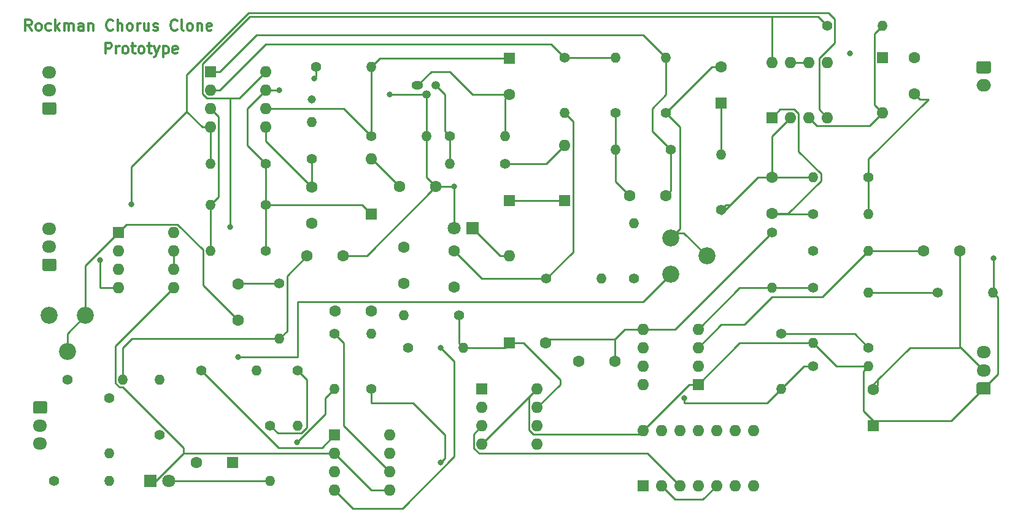
<source format=gbr>
G04 #@! TF.GenerationSoftware,KiCad,Pcbnew,(5.1.8-0-10_14)*
G04 #@! TF.CreationDate,2020-12-01T12:54:20-05:00*
G04 #@! TF.ProjectId,Rockman Chorus ver 2.0,526f636b-6d61-46e2-9043-686f72757320,rev?*
G04 #@! TF.SameCoordinates,Original*
G04 #@! TF.FileFunction,Copper,L1,Top*
G04 #@! TF.FilePolarity,Positive*
%FSLAX46Y46*%
G04 Gerber Fmt 4.6, Leading zero omitted, Abs format (unit mm)*
G04 Created by KiCad (PCBNEW (5.1.8-0-10_14)) date 2020-12-01 12:54:20*
%MOMM*%
%LPD*%
G01*
G04 APERTURE LIST*
G04 #@! TA.AperFunction,NonConductor*
%ADD10C,0.300000*%
G04 #@! TD*
G04 #@! TA.AperFunction,ComponentPad*
%ADD11C,1.800000*%
G04 #@! TD*
G04 #@! TA.AperFunction,ComponentPad*
%ADD12R,1.800000X1.800000*%
G04 #@! TD*
G04 #@! TA.AperFunction,ComponentPad*
%ADD13O,1.400000X1.400000*%
G04 #@! TD*
G04 #@! TA.AperFunction,ComponentPad*
%ADD14C,1.400000*%
G04 #@! TD*
G04 #@! TA.AperFunction,ComponentPad*
%ADD15C,2.340000*%
G04 #@! TD*
G04 #@! TA.AperFunction,ComponentPad*
%ADD16C,1.600000*%
G04 #@! TD*
G04 #@! TA.AperFunction,ComponentPad*
%ADD17R,1.600000X1.600000*%
G04 #@! TD*
G04 #@! TA.AperFunction,ComponentPad*
%ADD18O,1.950000X1.700000*%
G04 #@! TD*
G04 #@! TA.AperFunction,ComponentPad*
%ADD19O,1.600000X1.600000*%
G04 #@! TD*
G04 #@! TA.AperFunction,ComponentPad*
%ADD20O,1.200000X1.200000*%
G04 #@! TD*
G04 #@! TA.AperFunction,ComponentPad*
%ADD21O,1.600000X1.200000*%
G04 #@! TD*
G04 #@! TA.AperFunction,ComponentPad*
%ADD22O,2.000000X1.700000*%
G04 #@! TD*
G04 #@! TA.AperFunction,ViaPad*
%ADD23C,0.800000*%
G04 #@! TD*
G04 #@! TA.AperFunction,ViaPad*
%ADD24C,1.143000*%
G04 #@! TD*
G04 #@! TA.AperFunction,Conductor*
%ADD25C,0.250000*%
G04 #@! TD*
G04 APERTURE END LIST*
D10*
X29325714Y-22268571D02*
X29325714Y-20768571D01*
X29897142Y-20768571D01*
X30040000Y-20840000D01*
X30111428Y-20911428D01*
X30182857Y-21054285D01*
X30182857Y-21268571D01*
X30111428Y-21411428D01*
X30040000Y-21482857D01*
X29897142Y-21554285D01*
X29325714Y-21554285D01*
X30825714Y-22268571D02*
X30825714Y-21268571D01*
X30825714Y-21554285D02*
X30897142Y-21411428D01*
X30968571Y-21340000D01*
X31111428Y-21268571D01*
X31254285Y-21268571D01*
X31968571Y-22268571D02*
X31825714Y-22197142D01*
X31754285Y-22125714D01*
X31682857Y-21982857D01*
X31682857Y-21554285D01*
X31754285Y-21411428D01*
X31825714Y-21340000D01*
X31968571Y-21268571D01*
X32182857Y-21268571D01*
X32325714Y-21340000D01*
X32397142Y-21411428D01*
X32468571Y-21554285D01*
X32468571Y-21982857D01*
X32397142Y-22125714D01*
X32325714Y-22197142D01*
X32182857Y-22268571D01*
X31968571Y-22268571D01*
X32897142Y-21268571D02*
X33468571Y-21268571D01*
X33111428Y-20768571D02*
X33111428Y-22054285D01*
X33182857Y-22197142D01*
X33325714Y-22268571D01*
X33468571Y-22268571D01*
X34182857Y-22268571D02*
X34040000Y-22197142D01*
X33968571Y-22125714D01*
X33897142Y-21982857D01*
X33897142Y-21554285D01*
X33968571Y-21411428D01*
X34040000Y-21340000D01*
X34182857Y-21268571D01*
X34397142Y-21268571D01*
X34540000Y-21340000D01*
X34611428Y-21411428D01*
X34682857Y-21554285D01*
X34682857Y-21982857D01*
X34611428Y-22125714D01*
X34540000Y-22197142D01*
X34397142Y-22268571D01*
X34182857Y-22268571D01*
X35111428Y-21268571D02*
X35682857Y-21268571D01*
X35325714Y-20768571D02*
X35325714Y-22054285D01*
X35397142Y-22197142D01*
X35540000Y-22268571D01*
X35682857Y-22268571D01*
X36040000Y-21268571D02*
X36397142Y-22268571D01*
X36754285Y-21268571D02*
X36397142Y-22268571D01*
X36254285Y-22625714D01*
X36182857Y-22697142D01*
X36040000Y-22768571D01*
X37325714Y-21268571D02*
X37325714Y-22768571D01*
X37325714Y-21340000D02*
X37468571Y-21268571D01*
X37754285Y-21268571D01*
X37897142Y-21340000D01*
X37968571Y-21411428D01*
X38040000Y-21554285D01*
X38040000Y-21982857D01*
X37968571Y-22125714D01*
X37897142Y-22197142D01*
X37754285Y-22268571D01*
X37468571Y-22268571D01*
X37325714Y-22197142D01*
X39254285Y-22197142D02*
X39111428Y-22268571D01*
X38825714Y-22268571D01*
X38682857Y-22197142D01*
X38611428Y-22054285D01*
X38611428Y-21482857D01*
X38682857Y-21340000D01*
X38825714Y-21268571D01*
X39111428Y-21268571D01*
X39254285Y-21340000D01*
X39325714Y-21482857D01*
X39325714Y-21625714D01*
X38611428Y-21768571D01*
X19150714Y-19093571D02*
X18650714Y-18379285D01*
X18293571Y-19093571D02*
X18293571Y-17593571D01*
X18865000Y-17593571D01*
X19007857Y-17665000D01*
X19079285Y-17736428D01*
X19150714Y-17879285D01*
X19150714Y-18093571D01*
X19079285Y-18236428D01*
X19007857Y-18307857D01*
X18865000Y-18379285D01*
X18293571Y-18379285D01*
X20007857Y-19093571D02*
X19865000Y-19022142D01*
X19793571Y-18950714D01*
X19722142Y-18807857D01*
X19722142Y-18379285D01*
X19793571Y-18236428D01*
X19865000Y-18165000D01*
X20007857Y-18093571D01*
X20222142Y-18093571D01*
X20365000Y-18165000D01*
X20436428Y-18236428D01*
X20507857Y-18379285D01*
X20507857Y-18807857D01*
X20436428Y-18950714D01*
X20365000Y-19022142D01*
X20222142Y-19093571D01*
X20007857Y-19093571D01*
X21793571Y-19022142D02*
X21650714Y-19093571D01*
X21365000Y-19093571D01*
X21222142Y-19022142D01*
X21150714Y-18950714D01*
X21079285Y-18807857D01*
X21079285Y-18379285D01*
X21150714Y-18236428D01*
X21222142Y-18165000D01*
X21365000Y-18093571D01*
X21650714Y-18093571D01*
X21793571Y-18165000D01*
X22436428Y-19093571D02*
X22436428Y-17593571D01*
X22579285Y-18522142D02*
X23007857Y-19093571D01*
X23007857Y-18093571D02*
X22436428Y-18665000D01*
X23650714Y-19093571D02*
X23650714Y-18093571D01*
X23650714Y-18236428D02*
X23722142Y-18165000D01*
X23865000Y-18093571D01*
X24079285Y-18093571D01*
X24222142Y-18165000D01*
X24293571Y-18307857D01*
X24293571Y-19093571D01*
X24293571Y-18307857D02*
X24365000Y-18165000D01*
X24507857Y-18093571D01*
X24722142Y-18093571D01*
X24865000Y-18165000D01*
X24936428Y-18307857D01*
X24936428Y-19093571D01*
X26293571Y-19093571D02*
X26293571Y-18307857D01*
X26222142Y-18165000D01*
X26079285Y-18093571D01*
X25793571Y-18093571D01*
X25650714Y-18165000D01*
X26293571Y-19022142D02*
X26150714Y-19093571D01*
X25793571Y-19093571D01*
X25650714Y-19022142D01*
X25579285Y-18879285D01*
X25579285Y-18736428D01*
X25650714Y-18593571D01*
X25793571Y-18522142D01*
X26150714Y-18522142D01*
X26293571Y-18450714D01*
X27007857Y-18093571D02*
X27007857Y-19093571D01*
X27007857Y-18236428D02*
X27079285Y-18165000D01*
X27222142Y-18093571D01*
X27436428Y-18093571D01*
X27579285Y-18165000D01*
X27650714Y-18307857D01*
X27650714Y-19093571D01*
X30365000Y-18950714D02*
X30293571Y-19022142D01*
X30079285Y-19093571D01*
X29936428Y-19093571D01*
X29722142Y-19022142D01*
X29579285Y-18879285D01*
X29507857Y-18736428D01*
X29436428Y-18450714D01*
X29436428Y-18236428D01*
X29507857Y-17950714D01*
X29579285Y-17807857D01*
X29722142Y-17665000D01*
X29936428Y-17593571D01*
X30079285Y-17593571D01*
X30293571Y-17665000D01*
X30365000Y-17736428D01*
X31007857Y-19093571D02*
X31007857Y-17593571D01*
X31650714Y-19093571D02*
X31650714Y-18307857D01*
X31579285Y-18165000D01*
X31436428Y-18093571D01*
X31222142Y-18093571D01*
X31079285Y-18165000D01*
X31007857Y-18236428D01*
X32579285Y-19093571D02*
X32436428Y-19022142D01*
X32365000Y-18950714D01*
X32293571Y-18807857D01*
X32293571Y-18379285D01*
X32365000Y-18236428D01*
X32436428Y-18165000D01*
X32579285Y-18093571D01*
X32793571Y-18093571D01*
X32936428Y-18165000D01*
X33007857Y-18236428D01*
X33079285Y-18379285D01*
X33079285Y-18807857D01*
X33007857Y-18950714D01*
X32936428Y-19022142D01*
X32793571Y-19093571D01*
X32579285Y-19093571D01*
X33722142Y-19093571D02*
X33722142Y-18093571D01*
X33722142Y-18379285D02*
X33793571Y-18236428D01*
X33865000Y-18165000D01*
X34007857Y-18093571D01*
X34150714Y-18093571D01*
X35293571Y-18093571D02*
X35293571Y-19093571D01*
X34650714Y-18093571D02*
X34650714Y-18879285D01*
X34722142Y-19022142D01*
X34865000Y-19093571D01*
X35079285Y-19093571D01*
X35222142Y-19022142D01*
X35293571Y-18950714D01*
X35936428Y-19022142D02*
X36079285Y-19093571D01*
X36365000Y-19093571D01*
X36507857Y-19022142D01*
X36579285Y-18879285D01*
X36579285Y-18807857D01*
X36507857Y-18665000D01*
X36365000Y-18593571D01*
X36150714Y-18593571D01*
X36007857Y-18522142D01*
X35936428Y-18379285D01*
X35936428Y-18307857D01*
X36007857Y-18165000D01*
X36150714Y-18093571D01*
X36365000Y-18093571D01*
X36507857Y-18165000D01*
X39222142Y-18950714D02*
X39150714Y-19022142D01*
X38936428Y-19093571D01*
X38793571Y-19093571D01*
X38579285Y-19022142D01*
X38436428Y-18879285D01*
X38365000Y-18736428D01*
X38293571Y-18450714D01*
X38293571Y-18236428D01*
X38365000Y-17950714D01*
X38436428Y-17807857D01*
X38579285Y-17665000D01*
X38793571Y-17593571D01*
X38936428Y-17593571D01*
X39150714Y-17665000D01*
X39222142Y-17736428D01*
X40079285Y-19093571D02*
X39936428Y-19022142D01*
X39865000Y-18879285D01*
X39865000Y-17593571D01*
X40865000Y-19093571D02*
X40722142Y-19022142D01*
X40650714Y-18950714D01*
X40579285Y-18807857D01*
X40579285Y-18379285D01*
X40650714Y-18236428D01*
X40722142Y-18165000D01*
X40865000Y-18093571D01*
X41079285Y-18093571D01*
X41222142Y-18165000D01*
X41293571Y-18236428D01*
X41365000Y-18379285D01*
X41365000Y-18807857D01*
X41293571Y-18950714D01*
X41222142Y-19022142D01*
X41079285Y-19093571D01*
X40865000Y-19093571D01*
X42007857Y-18093571D02*
X42007857Y-19093571D01*
X42007857Y-18236428D02*
X42079285Y-18165000D01*
X42222142Y-18093571D01*
X42436428Y-18093571D01*
X42579285Y-18165000D01*
X42650714Y-18307857D01*
X42650714Y-19093571D01*
X43936428Y-19022142D02*
X43793571Y-19093571D01*
X43507857Y-19093571D01*
X43365000Y-19022142D01*
X43293571Y-18879285D01*
X43293571Y-18307857D01*
X43365000Y-18165000D01*
X43507857Y-18093571D01*
X43793571Y-18093571D01*
X43936428Y-18165000D01*
X44007857Y-18307857D01*
X44007857Y-18450714D01*
X43293571Y-18593571D01*
D11*
X77470000Y-46355000D03*
D12*
X80010000Y-46355000D03*
D11*
X38100000Y-81280000D03*
D12*
X35560000Y-81280000D03*
D13*
X84455000Y-33655000D03*
D14*
X76835000Y-33655000D03*
D15*
X107315000Y-47705000D03*
X112315000Y-50205000D03*
X107315000Y-52705000D03*
X26590000Y-58420000D03*
X24090000Y-63420000D03*
X21590000Y-58420000D03*
D13*
X57785000Y-31750000D03*
D14*
X57785000Y-36830000D03*
D13*
X122555000Y-68580000D03*
D14*
X122555000Y-60960000D03*
D16*
X41910000Y-78740000D03*
D17*
X46910000Y-78740000D03*
D18*
X150495000Y-63500000D03*
X150495000Y-66000000D03*
G04 #@! TA.AperFunction,ComponentPad*
G36*
G01*
X151220000Y-69350000D02*
X149770000Y-69350000D01*
G75*
G02*
X149520000Y-69100000I0J250000D01*
G01*
X149520000Y-67900000D01*
G75*
G02*
X149770000Y-67650000I250000J0D01*
G01*
X151220000Y-67650000D01*
G75*
G02*
X151470000Y-67900000I0J-250000D01*
G01*
X151470000Y-69100000D01*
G75*
G02*
X151220000Y-69350000I-250000J0D01*
G01*
G37*
G04 #@! TD.AperFunction*
D19*
X103505000Y-67945000D03*
X111125000Y-60325000D03*
X103505000Y-65405000D03*
X111125000Y-62865000D03*
X103505000Y-62865000D03*
X111125000Y-65405000D03*
X103505000Y-60325000D03*
D17*
X111125000Y-67945000D03*
D19*
X103505000Y-74295000D03*
X118745000Y-81915000D03*
X106045000Y-74295000D03*
X116205000Y-81915000D03*
X108585000Y-74295000D03*
X113665000Y-81915000D03*
X111125000Y-74295000D03*
X111125000Y-81915000D03*
X113665000Y-74295000D03*
X108585000Y-81915000D03*
X116205000Y-74295000D03*
X106045000Y-81915000D03*
X118745000Y-74295000D03*
D17*
X103505000Y-81915000D03*
D19*
X51435000Y-24765000D03*
X43815000Y-32385000D03*
X51435000Y-27305000D03*
X43815000Y-29845000D03*
X51435000Y-29845000D03*
X43815000Y-27305000D03*
X51435000Y-32385000D03*
D17*
X43815000Y-24765000D03*
D19*
X121285000Y-23495000D03*
X128905000Y-31115000D03*
X123825000Y-23495000D03*
X126365000Y-31115000D03*
X126365000Y-23495000D03*
X123825000Y-31115000D03*
X128905000Y-23495000D03*
D17*
X121285000Y-31115000D03*
D16*
X101640000Y-41910000D03*
X106640000Y-41910000D03*
X74930000Y-40640000D03*
X69930000Y-40640000D03*
D19*
X88900000Y-68580000D03*
X81280000Y-76200000D03*
X88900000Y-71120000D03*
X81280000Y-73660000D03*
X88900000Y-73660000D03*
X81280000Y-71120000D03*
X88900000Y-76200000D03*
D17*
X81280000Y-68580000D03*
D19*
X68580000Y-74930000D03*
X60960000Y-82550000D03*
X68580000Y-77470000D03*
X60960000Y-80010000D03*
X68580000Y-80010000D03*
X60960000Y-77470000D03*
X68580000Y-82550000D03*
D17*
X60960000Y-74930000D03*
D19*
X38735000Y-46990000D03*
X31115000Y-54610000D03*
X38735000Y-49530000D03*
X31115000Y-52070000D03*
X38735000Y-52070000D03*
X31115000Y-49530000D03*
X38735000Y-54610000D03*
D17*
X31115000Y-46990000D03*
D18*
X20320000Y-76120000D03*
X20320000Y-73620000D03*
G04 #@! TA.AperFunction,ComponentPad*
G36*
G01*
X19595000Y-70270000D02*
X21045000Y-70270000D01*
G75*
G02*
X21295000Y-70520000I0J-250000D01*
G01*
X21295000Y-71720000D01*
G75*
G02*
X21045000Y-71970000I-250000J0D01*
G01*
X19595000Y-71970000D01*
G75*
G02*
X19345000Y-71720000I0J250000D01*
G01*
X19345000Y-70520000D01*
G75*
G02*
X19595000Y-70270000I250000J0D01*
G01*
G37*
G04 #@! TD.AperFunction*
D13*
X52070000Y-81280000D03*
D14*
X52070000Y-73660000D03*
D13*
X29845000Y-81280000D03*
D14*
X22225000Y-81280000D03*
D13*
X66040000Y-60960000D03*
D14*
X66040000Y-68580000D03*
D13*
X60960000Y-68580000D03*
D14*
X60960000Y-60960000D03*
D13*
X36830000Y-67310000D03*
D14*
X36830000Y-74930000D03*
D13*
X70485000Y-58420000D03*
D14*
X78105000Y-58420000D03*
D13*
X50165000Y-66040000D03*
D14*
X42545000Y-66040000D03*
D13*
X78740000Y-62865000D03*
D14*
X71120000Y-62865000D03*
D13*
X55880000Y-73660000D03*
D14*
X55880000Y-66040000D03*
D13*
X53340000Y-61595000D03*
D14*
X53340000Y-53975000D03*
D13*
X29845000Y-77470000D03*
D14*
X29845000Y-69850000D03*
D13*
X134620000Y-55245000D03*
D14*
X134620000Y-62865000D03*
D13*
X31750000Y-67310000D03*
D14*
X24130000Y-67310000D03*
D13*
X134620000Y-65405000D03*
D14*
X127000000Y-65405000D03*
D13*
X151765000Y-55245000D03*
D14*
X144145000Y-55245000D03*
D13*
X121285000Y-54610000D03*
D14*
X121285000Y-46990000D03*
D13*
X127000000Y-62230000D03*
D14*
X127000000Y-54610000D03*
D13*
X134620000Y-49530000D03*
D14*
X127000000Y-49530000D03*
D13*
X136525000Y-18415000D03*
D14*
X128905000Y-18415000D03*
D13*
X114300000Y-36195000D03*
D14*
X114300000Y-43815000D03*
D13*
X76835000Y-37465000D03*
D14*
X84455000Y-37465000D03*
D13*
X102235000Y-45720000D03*
D14*
X102235000Y-53340000D03*
D13*
X73660000Y-33655000D03*
D14*
X66040000Y-33655000D03*
D13*
X134620000Y-44450000D03*
D14*
X127000000Y-44450000D03*
D13*
X127000000Y-39370000D03*
D14*
X134620000Y-39370000D03*
D13*
X43815000Y-37465000D03*
D14*
X51435000Y-37465000D03*
D13*
X97790000Y-53340000D03*
D14*
X90170000Y-53340000D03*
D13*
X43815000Y-49530000D03*
D14*
X51435000Y-49530000D03*
D13*
X66040000Y-24130000D03*
D14*
X58420000Y-24130000D03*
D13*
X106680000Y-22860000D03*
D14*
X106680000Y-30480000D03*
D13*
X99695000Y-35560000D03*
D14*
X107315000Y-35560000D03*
D13*
X99695000Y-22860000D03*
D14*
X99695000Y-30480000D03*
D13*
X92710000Y-30480000D03*
D14*
X92710000Y-22860000D03*
D13*
X43815000Y-43180000D03*
D14*
X51435000Y-43180000D03*
D20*
X74930000Y-26670000D03*
X73660000Y-27940000D03*
D21*
X72390000Y-26670000D03*
D22*
X150495000Y-26670000D03*
G04 #@! TA.AperFunction,ComponentPad*
G36*
G01*
X149745000Y-23320000D02*
X151245000Y-23320000D01*
G75*
G02*
X151495000Y-23570000I0J-250000D01*
G01*
X151495000Y-24770000D01*
G75*
G02*
X151245000Y-25020000I-250000J0D01*
G01*
X149745000Y-25020000D01*
G75*
G02*
X149495000Y-24770000I0J250000D01*
G01*
X149495000Y-23570000D01*
G75*
G02*
X149745000Y-23320000I250000J0D01*
G01*
G37*
G04 #@! TD.AperFunction*
D18*
X21590000Y-46435000D03*
X21590000Y-48935000D03*
G04 #@! TA.AperFunction,ComponentPad*
G36*
G01*
X22315000Y-52285000D02*
X20865000Y-52285000D01*
G75*
G02*
X20615000Y-52035000I0J250000D01*
G01*
X20615000Y-50835000D01*
G75*
G02*
X20865000Y-50585000I250000J0D01*
G01*
X22315000Y-50585000D01*
G75*
G02*
X22565000Y-50835000I0J-250000D01*
G01*
X22565000Y-52035000D01*
G75*
G02*
X22315000Y-52285000I-250000J0D01*
G01*
G37*
G04 #@! TD.AperFunction*
X21590000Y-24845000D03*
X21590000Y-27345000D03*
G04 #@! TA.AperFunction,ComponentPad*
G36*
G01*
X22315000Y-30695000D02*
X20865000Y-30695000D01*
G75*
G02*
X20615000Y-30445000I0J250000D01*
G01*
X20615000Y-29245000D01*
G75*
G02*
X20865000Y-28995000I250000J0D01*
G01*
X22315000Y-28995000D01*
G75*
G02*
X22565000Y-29245000I0J-250000D01*
G01*
X22565000Y-30445000D01*
G75*
G02*
X22315000Y-30695000I-250000J0D01*
G01*
G37*
G04 #@! TD.AperFunction*
D19*
X136525000Y-30480000D03*
D17*
X136525000Y-22860000D03*
D19*
X85090000Y-50165000D03*
D17*
X85090000Y-42545000D03*
D19*
X92710000Y-34925000D03*
D17*
X92710000Y-42545000D03*
D19*
X66040000Y-36830000D03*
D17*
X66040000Y-44450000D03*
D16*
X99615000Y-64770000D03*
X94615000Y-64770000D03*
X70485000Y-48975000D03*
X70485000Y-53975000D03*
X90090000Y-62230000D03*
D17*
X85090000Y-62230000D03*
D16*
X61040000Y-57785000D03*
X66040000Y-57785000D03*
X62150000Y-50165000D03*
X57150000Y-50165000D03*
X47625000Y-54055000D03*
X47625000Y-59055000D03*
X135255000Y-68660000D03*
D17*
X135255000Y-73660000D03*
D16*
X142240000Y-49530000D03*
X147240000Y-49530000D03*
X114300000Y-24130000D03*
D17*
X114300000Y-29130000D03*
D16*
X85090000Y-27940000D03*
D17*
X85090000Y-22940000D03*
D16*
X140970000Y-22860000D03*
X140970000Y-27860000D03*
X77470000Y-54530000D03*
X77470000Y-49530000D03*
X121285000Y-39370000D03*
X121285000Y-44370000D03*
X57785000Y-40720000D03*
X57785000Y-45720000D03*
D23*
X58102500Y-25717500D03*
X53340000Y-27305000D03*
X132080000Y-22225000D03*
X77470000Y-40640000D03*
X68580000Y-27940000D03*
D24*
X57785000Y-28575000D03*
D23*
X151820010Y-50504992D03*
X46499999Y-46210001D03*
X75565000Y-62865000D03*
X28575000Y-50800000D03*
X32879999Y-43039999D03*
X75565000Y-78740000D03*
X47625000Y-64135000D03*
X109220000Y-69850000D03*
X55738411Y-75955001D03*
D25*
X99695000Y-39965000D02*
X101640000Y-41910000D01*
X99695000Y-35560000D02*
X99695000Y-39965000D01*
X99695000Y-30480000D02*
X99695000Y-35560000D01*
X107315000Y-41235000D02*
X106640000Y-41910000D01*
X107315000Y-35560000D02*
X107315000Y-41235000D01*
X106680000Y-22860000D02*
X106680000Y-27940000D01*
X106680000Y-27940000D02*
X104775000Y-29845000D01*
X104775000Y-33020000D02*
X107315000Y-35560000D01*
X104775000Y-29845000D02*
X104775000Y-33020000D01*
X43815000Y-24765000D02*
X45085000Y-24765000D01*
X45085000Y-24765000D02*
X50165000Y-19685000D01*
X103505000Y-19685000D02*
X106680000Y-22860000D01*
X50165000Y-19685000D02*
X103505000Y-19685000D01*
X51435000Y-34370000D02*
X57785000Y-40720000D01*
X51435000Y-32385000D02*
X51435000Y-34370000D01*
X57785000Y-40720000D02*
X57785000Y-36830000D01*
X21630000Y-27305000D02*
X21590000Y-27345000D01*
X127000000Y-39370000D02*
X121285000Y-39370000D01*
X121285000Y-33655000D02*
X123825000Y-31115000D01*
X121285000Y-39370000D02*
X121285000Y-33655000D01*
X121285000Y-39370000D02*
X119380000Y-39370000D01*
X114935000Y-43180000D02*
X114300000Y-43815000D01*
X119380000Y-39370000D02*
X115570000Y-43180000D01*
X115570000Y-43180000D02*
X114935000Y-43180000D01*
X115570000Y-43180000D02*
X114300000Y-44450000D01*
X121365000Y-44450000D02*
X121285000Y-44370000D01*
X127000000Y-44450000D02*
X121365000Y-44450000D01*
X122410001Y-29989999D02*
X121285000Y-31115000D01*
X124365001Y-29989999D02*
X122410001Y-29989999D01*
X124950001Y-30574999D02*
X124365001Y-29989999D01*
X124950001Y-35802999D02*
X124950001Y-30574999D01*
X128025001Y-38877999D02*
X124950001Y-35802999D01*
X128025001Y-39862001D02*
X128025001Y-38877999D01*
X123517002Y-44370000D02*
X128025001Y-39862001D01*
X121285000Y-44370000D02*
X123517002Y-44370000D01*
X58420000Y-25400000D02*
X58102500Y-25717500D01*
X58420000Y-24130000D02*
X58420000Y-25400000D01*
X53340000Y-27305000D02*
X51435000Y-27305000D01*
X48895000Y-34925000D02*
X51435000Y-37465000D01*
X48895000Y-29845000D02*
X48895000Y-34925000D01*
X51435000Y-27305000D02*
X48895000Y-29845000D01*
X51435000Y-37465000D02*
X51435000Y-43180000D01*
X51435000Y-43180000D02*
X51435000Y-49530000D01*
X64770000Y-43180000D02*
X66040000Y-44450000D01*
X51435000Y-43180000D02*
X64770000Y-43180000D01*
X81280000Y-53340000D02*
X90170000Y-53340000D01*
X77470000Y-49530000D02*
X81280000Y-53340000D01*
X93835001Y-31605001D02*
X92710000Y-30480000D01*
X93835001Y-49674999D02*
X93835001Y-31605001D01*
X90170000Y-53340000D02*
X93835001Y-49674999D01*
X73660000Y-27940000D02*
X73660000Y-33655000D01*
X73660000Y-27940000D02*
X68580000Y-27940000D01*
X43815000Y-43180000D02*
X43815000Y-49530000D01*
X73660000Y-39370000D02*
X74930000Y-40640000D01*
X73660000Y-33655000D02*
X73660000Y-39370000D01*
X74930000Y-40640000D02*
X77470000Y-40640000D01*
X44940001Y-42054999D02*
X43815000Y-43180000D01*
X44940001Y-30970001D02*
X44940001Y-42054999D01*
X43815000Y-29845000D02*
X44940001Y-30970001D01*
X77470000Y-40640000D02*
X77470000Y-46355000D01*
X65405000Y-50165000D02*
X74930000Y-40640000D01*
X62150000Y-50165000D02*
X65405000Y-50165000D01*
X147240000Y-49530000D02*
X147240000Y-62745000D01*
X147240000Y-62745000D02*
X147340000Y-62845000D01*
X147340000Y-62845000D02*
X140355000Y-62845000D01*
X147340000Y-62845000D02*
X150495000Y-66000000D01*
X36286998Y-81280000D02*
X35560000Y-81280000D01*
X40096998Y-77470000D02*
X36286998Y-81280000D01*
X60960000Y-77470000D02*
X40096998Y-77470000D01*
X66040000Y-82550000D02*
X60960000Y-77470000D01*
X68580000Y-82550000D02*
X66040000Y-82550000D01*
X30724999Y-62620001D02*
X38735000Y-54610000D01*
X30724999Y-67802001D02*
X30724999Y-62620001D01*
X31257999Y-68335001D02*
X30724999Y-67802001D01*
X31752003Y-68335001D02*
X31257999Y-68335001D01*
X40096998Y-76679996D02*
X31752003Y-68335001D01*
X40096998Y-77470000D02*
X40096998Y-76679996D01*
X135890000Y-68025000D02*
X135255000Y-68660000D01*
X135890000Y-67310000D02*
X135890000Y-68025000D01*
X140355000Y-62845000D02*
X135890000Y-67310000D01*
X135890000Y-67310000D02*
X135255000Y-67945000D01*
X134620000Y-36830000D02*
X142875000Y-28575000D01*
X134620000Y-39370000D02*
X134620000Y-36830000D01*
X134620000Y-39370000D02*
X134620000Y-44450000D01*
X141685000Y-28575000D02*
X140970000Y-27860000D01*
X142875000Y-28575000D02*
X141685000Y-28575000D01*
X85090000Y-27940000D02*
X80010000Y-27940000D01*
X80010000Y-27940000D02*
X76835000Y-24765000D01*
X74295000Y-24765000D02*
X72390000Y-26670000D01*
X76835000Y-24765000D02*
X74295000Y-24765000D01*
X84455000Y-28575000D02*
X85090000Y-27940000D01*
X84455000Y-33655000D02*
X84455000Y-28575000D01*
X67230000Y-22940000D02*
X66040000Y-24130000D01*
X85090000Y-22940000D02*
X67230000Y-22940000D01*
X66040000Y-33655000D02*
X66040000Y-24130000D01*
X62230000Y-29845000D02*
X51435000Y-29845000D01*
X66040000Y-33655000D02*
X62230000Y-29845000D01*
X113030000Y-24130000D02*
X106680000Y-30480000D01*
X114300000Y-24130000D02*
X113030000Y-24130000D01*
X106680000Y-30480000D02*
X108585000Y-32385000D01*
X108585000Y-32385000D02*
X108585000Y-46435000D01*
X109140000Y-47030000D02*
X107990000Y-47030000D01*
X112315000Y-50205000D02*
X109140000Y-47030000D01*
X107990000Y-47030000D02*
X107315000Y-47705000D01*
X108585000Y-46435000D02*
X107990000Y-47030000D01*
X114300000Y-36830000D02*
X114300000Y-29130000D01*
X66120000Y-36830000D02*
X66040000Y-36830000D01*
X69930000Y-40640000D02*
X66120000Y-36830000D01*
X90170000Y-37465000D02*
X92710000Y-34925000D01*
X84455000Y-37465000D02*
X90170000Y-37465000D01*
X142240000Y-49530000D02*
X134620000Y-49530000D01*
X142240000Y-49530000D02*
X141749999Y-50020001D01*
X134620000Y-49530000D02*
X128270000Y-55880000D01*
X128270000Y-55880000D02*
X121285000Y-55880000D01*
X121285000Y-55880000D02*
X117475000Y-59690000D01*
X114300000Y-59690000D02*
X111125000Y-62865000D01*
X117475000Y-59690000D02*
X114300000Y-59690000D01*
X127635000Y-17145000D02*
X128905000Y-18415000D01*
X42689999Y-23704999D02*
X49249998Y-17145000D01*
X43274999Y-28430001D02*
X42689999Y-27845001D01*
X42689999Y-27845001D02*
X42689999Y-23704999D01*
X51435000Y-24765000D02*
X47769999Y-28430001D01*
X121285000Y-17145000D02*
X121285000Y-23495000D01*
X49249998Y-17145000D02*
X121285000Y-17145000D01*
X121285000Y-17145000D02*
X127635000Y-17145000D01*
X151820010Y-55189990D02*
X151765000Y-55245000D01*
X151820010Y-50504992D02*
X151820010Y-55189990D01*
X152464999Y-66530001D02*
X150495000Y-68500000D01*
X152464999Y-55944999D02*
X152464999Y-66530001D01*
X151765000Y-55245000D02*
X152464999Y-55944999D01*
X146050000Y-72945000D02*
X150495000Y-68500000D01*
X133920001Y-66104999D02*
X134620000Y-65405000D01*
X133920001Y-71610001D02*
X133920001Y-66104999D01*
X135255000Y-72945000D02*
X133920001Y-71610001D01*
X130175000Y-65405000D02*
X127000000Y-62230000D01*
X134620000Y-65405000D02*
X130175000Y-65405000D01*
X116840000Y-62230000D02*
X111125000Y-67945000D01*
X127000000Y-62230000D02*
X116840000Y-62230000D01*
X109855000Y-67945000D02*
X111125000Y-67945000D01*
X103505000Y-74295000D02*
X109855000Y-67945000D01*
X81280000Y-76200000D02*
X88900000Y-68580000D01*
X87774999Y-74200001D02*
X87774999Y-69705001D01*
X88359999Y-74785001D02*
X87774999Y-74200001D01*
X87774999Y-69705001D02*
X88900000Y-68580000D01*
X103014999Y-74785001D02*
X88359999Y-74785001D01*
X103505000Y-74295000D02*
X103014999Y-74785001D01*
X46499999Y-28430001D02*
X46499999Y-46210001D01*
X47769999Y-28430001D02*
X46499999Y-28430001D01*
X46499999Y-28430001D02*
X43274999Y-28430001D01*
X46499999Y-46210001D02*
X46499999Y-46210001D01*
X137080000Y-72945000D02*
X135970000Y-72945000D01*
X135970000Y-72945000D02*
X135255000Y-73660000D01*
X135255000Y-72945000D02*
X137080000Y-72945000D01*
X137080000Y-72945000D02*
X146050000Y-72945000D01*
X47705000Y-53975000D02*
X47625000Y-54055000D01*
X53340000Y-53975000D02*
X47705000Y-53975000D01*
X24090000Y-60920000D02*
X26590000Y-58420000D01*
X24090000Y-63420000D02*
X24090000Y-60920000D01*
X26590000Y-51515000D02*
X31115000Y-46990000D01*
X26590000Y-58420000D02*
X26590000Y-51515000D01*
X32240001Y-45864999D02*
X31115000Y-46990000D01*
X42789999Y-49379997D02*
X39275001Y-45864999D01*
X39275001Y-45864999D02*
X32240001Y-45864999D01*
X42789999Y-54219999D02*
X42789999Y-49379997D01*
X47625000Y-59055000D02*
X42789999Y-54219999D01*
X132715000Y-60960000D02*
X122555000Y-60960000D01*
X134620000Y-62865000D02*
X132715000Y-60960000D01*
X54365001Y-60569999D02*
X54365001Y-52949999D01*
X54365001Y-52949999D02*
X57150000Y-50165000D01*
X53340000Y-61595000D02*
X54365001Y-60569999D01*
X53340000Y-61595000D02*
X33020000Y-61595000D01*
X31750000Y-62865000D02*
X31750000Y-67310000D01*
X33020000Y-61595000D02*
X31750000Y-62865000D01*
X68580000Y-80010000D02*
X62230000Y-73660000D01*
X62230000Y-62230000D02*
X60960000Y-60960000D01*
X62230000Y-73660000D02*
X62230000Y-62230000D01*
X56372001Y-74685001D02*
X57150000Y-73907002D01*
X53095001Y-74685001D02*
X56372001Y-74685001D01*
X52070000Y-73660000D02*
X53095001Y-74685001D01*
X57150000Y-67310000D02*
X55880000Y-66040000D01*
X57150000Y-73907002D02*
X57150000Y-67310000D01*
X43815000Y-32385000D02*
X43815000Y-37465000D01*
X49063598Y-16694990D02*
X129089990Y-16694990D01*
X40549999Y-25208589D02*
X49063598Y-16694990D01*
X40549999Y-30251369D02*
X40549999Y-25208589D01*
X42683630Y-32385000D02*
X40549999Y-30251369D01*
X43815000Y-32385000D02*
X42683630Y-32385000D01*
X127779999Y-29989999D02*
X128905000Y-31115000D01*
X127779999Y-22954999D02*
X127779999Y-29989999D01*
X129930001Y-20804997D02*
X127779999Y-22954999D01*
X129930001Y-17535001D02*
X129930001Y-20804997D01*
X129089990Y-16694990D02*
X129930001Y-17535001D01*
X99615000Y-64770000D02*
X99615000Y-61675000D01*
X100965000Y-60325000D02*
X103505000Y-60325000D01*
X99615000Y-61675000D02*
X100965000Y-60325000D01*
X90645000Y-61675000D02*
X90090000Y-62230000D01*
X99615000Y-61675000D02*
X90645000Y-61675000D01*
X107950000Y-60325000D02*
X121285000Y-46990000D01*
X103505000Y-60325000D02*
X107950000Y-60325000D01*
X75565000Y-62865000D02*
X77470000Y-64770000D01*
X77470000Y-77908002D02*
X70288002Y-85090000D01*
X77470000Y-64770000D02*
X77470000Y-77908002D01*
X63500000Y-85090000D02*
X60960000Y-82550000D01*
X70288002Y-85090000D02*
X63500000Y-85090000D01*
X31115000Y-54610000D02*
X28575000Y-54610000D01*
X28575000Y-54610000D02*
X28575000Y-50800000D01*
X28575000Y-50800000D02*
X28575000Y-50800000D01*
X32879999Y-37921369D02*
X40549999Y-30251369D01*
X32879999Y-43039999D02*
X32879999Y-37921369D01*
X78105000Y-62230000D02*
X78740000Y-62865000D01*
X78105000Y-58420000D02*
X78105000Y-62230000D01*
X84455000Y-62865000D02*
X85090000Y-62230000D01*
X78740000Y-62865000D02*
X84455000Y-62865000D01*
X85090000Y-62230000D02*
X86995000Y-62230000D01*
X86995000Y-62230000D02*
X92075000Y-67310000D01*
X92075000Y-67945000D02*
X88900000Y-71120000D01*
X92075000Y-67310000D02*
X92075000Y-67945000D01*
X66040000Y-68580000D02*
X66040000Y-68580000D01*
X66040000Y-70485000D02*
X71755000Y-70485000D01*
X71755000Y-70485000D02*
X76200000Y-74930000D01*
X66040000Y-68580000D02*
X66040000Y-70485000D01*
X76200000Y-78105000D02*
X75565000Y-78740000D01*
X76200000Y-74930000D02*
X76200000Y-78105000D01*
X85090000Y-42545000D02*
X92710000Y-42545000D01*
X83820000Y-50165000D02*
X80010000Y-46355000D01*
X85090000Y-50165000D02*
X83820000Y-50165000D01*
X135399999Y-29354999D02*
X136525000Y-30480000D01*
X135399999Y-19540001D02*
X135399999Y-29354999D01*
X136525000Y-18415000D02*
X135399999Y-19540001D01*
X127490001Y-32240001D02*
X126365000Y-31115000D01*
X134764999Y-32240001D02*
X127490001Y-32240001D01*
X136525000Y-30480000D02*
X134764999Y-32240001D01*
X52070000Y-81280000D02*
X38100000Y-81280000D01*
X107315000Y-52705000D02*
X103505000Y-56515000D01*
X103505000Y-56515000D02*
X55880000Y-56515000D01*
X55880000Y-56515000D02*
X55880000Y-64135000D01*
X55880000Y-64135000D02*
X47625000Y-64135000D01*
X74930000Y-26670000D02*
X76200000Y-27940000D01*
X76200000Y-33020000D02*
X76835000Y-33655000D01*
X76200000Y-27940000D02*
X76200000Y-33020000D01*
X76835000Y-37465000D02*
X76835000Y-33655000D01*
X99695000Y-22860000D02*
X92710000Y-22860000D01*
X43815000Y-27305000D02*
X45085000Y-27305000D01*
X45085000Y-27305000D02*
X51435000Y-20955000D01*
X90805000Y-20955000D02*
X92710000Y-22860000D01*
X51435000Y-20955000D02*
X90805000Y-20955000D01*
X127000000Y-54610000D02*
X121285000Y-54610000D01*
X116840000Y-54610000D02*
X111125000Y-60325000D01*
X121285000Y-54610000D02*
X116840000Y-54610000D01*
X144145000Y-55245000D02*
X134620000Y-55245000D01*
X125730000Y-65405000D02*
X122555000Y-68580000D01*
X127000000Y-65405000D02*
X125730000Y-65405000D01*
X122555000Y-68580000D02*
X120650000Y-70485000D01*
X120650000Y-70485000D02*
X109220000Y-70485000D01*
X109220000Y-70485000D02*
X109220000Y-69850000D01*
X109220000Y-69850000D02*
X109220000Y-69850000D01*
X59209998Y-76680002D02*
X53185002Y-76680002D01*
X53185002Y-76680002D02*
X42545000Y-66040000D01*
X60960000Y-74930000D02*
X59209998Y-76680002D01*
X60960000Y-68580000D02*
X59690000Y-69850000D01*
X59690000Y-72003412D02*
X55738411Y-75955001D01*
X59690000Y-69850000D02*
X59690000Y-72003412D01*
X55738411Y-75955001D02*
X55738411Y-75955001D01*
X126365000Y-23495000D02*
X123825000Y-23495000D01*
X113665000Y-81915000D02*
X111760000Y-83820000D01*
X107950000Y-83820000D02*
X106045000Y-81915000D01*
X111760000Y-83820000D02*
X107950000Y-83820000D01*
X38735000Y-52070000D02*
X38735000Y-49530000D01*
X108585000Y-81915000D02*
X104140000Y-77470000D01*
X80154999Y-74785001D02*
X81280000Y-73660000D01*
X80154999Y-76740001D02*
X80154999Y-74785001D01*
X80884998Y-77470000D02*
X80154999Y-76740001D01*
X104140000Y-77470000D02*
X80884998Y-77470000D01*
M02*

</source>
